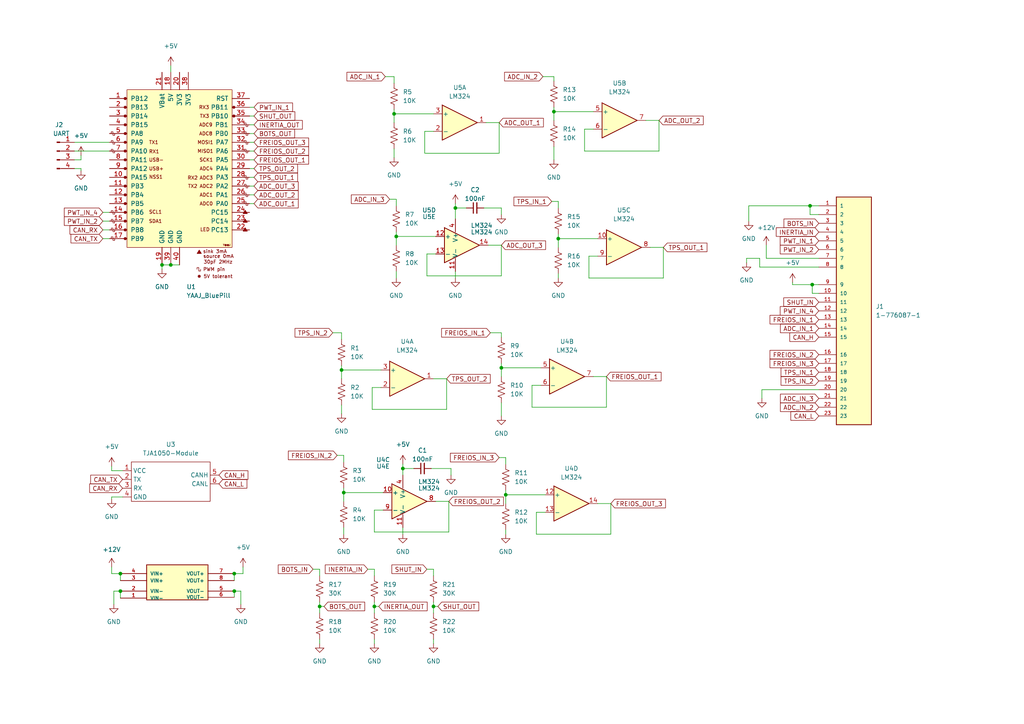
<source format=kicad_sch>
(kicad_sch (version 20211123) (generator eeschema)
  (paper "A4")
  (lib_symbols
    (symbol "1-776087-1:1-776087-1" (pin_names (offset 1.016))
      (property "Reference" "J" (at -5.08 33.7058 0))
      (property "Value" "1-776087-1" (at -5.08 -35.56 0))
      (symbol "1-776087-1_0_0"
        (rectangle (start -5.08 -33.02) (end 5.08 33.02) (stroke (width 0.254)) (fill (type background)))
        (pin passive line (at -10.16 30.48 0) (length 5.08) (name "1") (number "1"))
        (pin passive line (at -10.16 5.08 0) (length 5.08) (name "10") (number "10"))
        (pin passive line (at -10.16 2.54 0) (length 5.08) (name "11") (number "11"))
        (pin passive line (at -10.16 0 0) (length 5.08) (name "12") (number "12"))
        (pin passive line (at -10.16 -2.54 0) (length 5.08) (name "13") (number "13"))
        (pin passive line (at -10.16 -5.08 0) (length 5.08) (name "14") (number "14"))
        (pin passive line (at -10.16 -7.62 0) (length 5.08) (name "15") (number "15"))
        (pin passive line (at -10.16 -12.7 0) (length 5.08) (name "16") (number "16"))
        (pin passive line (at -10.16 -15.24 0) (length 5.08) (name "17") (number "17"))
        (pin passive line (at -10.16 -17.78 0) (length 5.08) (name "18") (number "18"))
        (pin passive line (at -10.16 -20.32 0) (length 5.08) (name "19") (number "19"))
        (pin passive line (at -10.16 27.94 0) (length 5.08) (name "2") (number "2"))
        (pin passive line (at -10.16 -22.86 0) (length 5.08) (name "20") (number "20"))
        (pin passive line (at -10.16 -25.4 0) (length 5.08) (name "21") (number "21"))
        (pin passive line (at -10.16 -27.94 0) (length 5.08) (name "22") (number "22"))
        (pin passive line (at -10.16 -30.48 0) (length 5.08) (name "23") (number "23"))
        (pin passive line (at -10.16 25.4 0) (length 5.08) (name "3") (number "3"))
        (pin passive line (at -10.16 22.86 0) (length 5.08) (name "4") (number "4"))
        (pin passive line (at -10.16 20.32 0) (length 5.08) (name "5") (number "5"))
        (pin passive line (at -10.16 17.78 0) (length 5.08) (name "6") (number "6"))
        (pin passive line (at -10.16 15.24 0) (length 5.08) (name "7") (number "7"))
        (pin passive line (at -10.16 12.7 0) (length 5.08) (name "8") (number "8"))
        (pin passive line (at -10.16 7.62 0) (length 5.08) (name "9") (number "9"))
      )
    )
    (symbol "Amplifier_Operational:LM324" (pin_names (offset 0.127))
      (property "Reference" "U" (at 0 5.08 0))
      (property "Value" "LM324" (at 0 -5.08 0))
      (symbol "LM324_1_1"
        (polyline (pts (xy -5.08 5.08) (xy 5.08 0) (xy -5.08 -5.08) (xy -5.08 5.08)) (stroke (width 0.254)) (fill (type background)))
        (pin output line (at 7.62 0 180) (length 2.54) (name "~") (number "1"))
        (pin input line (at -7.62 -2.54 0) (length 2.54) (name "-") (number "2"))
        (pin input line (at -7.62 2.54 0) (length 2.54) (name "+") (number "3"))
      )
      (symbol "LM324_2_1"
        (polyline (pts (xy -5.08 5.08) (xy 5.08 0) (xy -5.08 -5.08) (xy -5.08 5.08)) (stroke (width 0.254)) (fill (type background)))
        (pin input line (at -7.62 2.54 0) (length 2.54) (name "+") (number "5"))
        (pin input line (at -7.62 -2.54 0) (length 2.54) (name "-") (number "6"))
        (pin output line (at 7.62 0 180) (length 2.54) (name "~") (number "7"))
      )
      (symbol "LM324_3_1"
        (polyline (pts (xy -5.08 5.08) (xy 5.08 0) (xy -5.08 -5.08) (xy -5.08 5.08)) (stroke (width 0.254)) (fill (type background)))
        (pin input line (at -7.62 2.54 0) (length 2.54) (name "+") (number "10"))
        (pin output line (at 7.62 0 180) (length 2.54) (name "~") (number "8"))
        (pin input line (at -7.62 -2.54 0) (length 2.54) (name "-") (number "9"))
      )
      (symbol "LM324_4_1"
        (polyline (pts (xy -5.08 5.08) (xy 5.08 0) (xy -5.08 -5.08) (xy -5.08 5.08)) (stroke (width 0.254)) (fill (type background)))
        (pin input line (at -7.62 2.54 0) (length 2.54) (name "+") (number "12"))
        (pin input line (at -7.62 -2.54 0) (length 2.54) (name "-") (number "13"))
        (pin output line (at 7.62 0 180) (length 2.54) (name "~") (number "14"))
      )
      (symbol "LM324_5_1"
        (pin power_in line (at -2.54 -7.62 90) (length 3.81) (name "V-") (number "11"))
        (pin power_in line (at -2.54 7.62 270) (length 3.81) (name "V+") (number "4"))
      )
    )
    (symbol "Cheetah:TJA1050-Module"
      (property "Reference" "U" (at 1.27 -1.27 0))
      (property "Value" "TJA1050-Module" (at 8.89 -3.81 0))
      (symbol "TJA1050-Module_0_1"
        (rectangle (start 0 11.43) (end 22.86 0) (stroke (width 0.1524)))
      )
      (symbol "TJA1050-Module_1_1"
        (pin passive line (at -2.54 8.89 0) (length 2.54) (name "VCC") (number "1"))
        (pin passive line (at -2.54 6.35 0) (length 2.54) (name "TX") (number "2"))
        (pin passive line (at -2.54 3.81 0) (length 2.54) (name "RX") (number "3"))
        (pin passive line (at -2.54 1.27 0) (length 2.54) (name "GND") (number "4"))
        (pin passive line (at 25.4 7.62 180) (length 2.54) (name "CANH") (number "5"))
        (pin passive line (at 25.4 5.08 180) (length 2.54) (name "CANL") (number "6"))
      )
    )
    (symbol "Connector:Conn_01x04_Male" (pin_names (offset 1.016) hide)
      (property "Reference" "J" (at 0 5.08 0))
      (property "Value" "Conn_01x04_Male" (at 0 -7.62 0))
      (symbol "Conn_01x04_Male_1_1"
        (polyline (pts (xy 1.27 -5.08) (xy 0.8636 -5.08)) (stroke (width 0.1524)))
        (polyline (pts (xy 1.27 -2.54) (xy 0.8636 -2.54)) (stroke (width 0.1524)))
        (polyline (pts (xy 1.27 0) (xy 0.8636 0)) (stroke (width 0.1524)))
        (polyline (pts (xy 1.27 2.54) (xy 0.8636 2.54)) (stroke (width 0.1524)))
        (rectangle (start 0.8636 -4.953) (end 0 -5.207) (stroke (width 0.1524)) (fill (type outline)))
        (rectangle (start 0.8636 -2.413) (end 0 -2.667) (stroke (width 0.1524)) (fill (type outline)))
        (rectangle (start 0.8636 0.127) (end 0 -0.127) (stroke (width 0.1524)) (fill (type outline)))
        (rectangle (start 0.8636 2.667) (end 0 2.413) (stroke (width 0.1524)) (fill (type outline)))
        (pin passive line (at 5.08 2.54 180) (length 3.81) (name "Pin_1") (number "1"))
        (pin passive line (at 5.08 0 180) (length 3.81) (name "Pin_2") (number "2"))
        (pin passive line (at 5.08 -2.54 180) (length 3.81) (name "Pin_3") (number "3"))
        (pin passive line (at 5.08 -5.08 180) (length 3.81) (name "Pin_4") (number "4"))
      )
    )
    (symbol "Device:C_Small" (pin_numbers hide) (pin_names (offset 0.254) hide)
      (property "Reference" "C" (at 0.254 1.778 0))
      (property "Value" "C_Small" (at 0.254 -2.032 0))
      (symbol "C_Small_0_1"
        (polyline (pts (xy -1.524 -0.508) (xy 1.524 -0.508)) (stroke (width 0.3302)))
        (polyline (pts (xy -1.524 0.508) (xy 1.524 0.508)) (stroke (width 0.3048)))
      )
      (symbol "C_Small_1_1"
        (pin passive line (at 0 2.54 270) (length 2.032) (name "~") (number "1"))
        (pin passive line (at 0 -2.54 90) (length 2.032) (name "~") (number "2"))
      )
    )
    (symbol "Device:R_US" (pin_numbers hide) (pin_names (offset 0))
      (property "Reference" "R" (at 2.54 0 90))
      (property "Value" "R_US" (at -2.54 0 90))
      (symbol "R_US_0_1"
        (polyline (pts (xy 0 -2.286) (xy 0 -2.54)))
        (polyline (pts (xy 0 2.286) (xy 0 2.54)))
        (polyline (pts (xy 0 -0.762) (xy 1.016 -1.143) (xy 0 -1.524) (xy -1.016 -1.905) (xy 0 -2.286)))
        (polyline (pts (xy 0 0.762) (xy 1.016 0.381) (xy 0 0) (xy -1.016 -0.381) (xy 0 -0.762)))
        (polyline (pts (xy 0 2.286) (xy 1.016 1.905) (xy 0 1.524) (xy -1.016 1.143) (xy 0 0.762)))
      )
      (symbol "R_US_1_1"
        (pin passive line (at 0 3.81 270) (length 1.27) (name "~") (number "1"))
        (pin passive line (at 0 -3.81 90) (length 1.27) (name "~") (number "2"))
      )
    )
    (symbol "MP1584:MP1584" (pin_names (offset 1.016))
      (symbol "MP1584_0_0"
        (rectangle (start -7.62 -5.08) (end 10.16 5.08) (stroke (width 0.254)) (fill (type background)))
        (pin input line (at -15.24 -4.572 0) (length 7.62) (name "VIN-") (number "1"))
        (pin input line (at -15.24 -2.54 0) (length 7.62) (name "VIN-") (number "2"))
        (pin input line (at -15.24 0.508 0) (length 7.62) (name "VIN+") (number "3"))
        (pin input line (at -15.24 2.54 0) (length 7.62) (name "VIN+") (number "4"))
        (pin output line (at 17.78 -2.54 180) (length 7.62) (name "VOUT-") (number "5"))
        (pin output line (at 17.78 -4.318 180) (length 7.62) (name "VOUT-") (number "6"))
        (pin output line (at 17.78 2.54 180) (length 7.62) (name "VOUT+") (number "7"))
        (pin output line (at 17.78 0.508 180) (length 7.62) (name "VOUT+") (number "8"))
      )
    )
    (symbol "YAAJ_BluePill:YAAJ_BluePill" (pin_names (offset 1.016))
      (property "Reference" "U" (at -13.97 24.13 0))
      (property "Value" "YAAJ_BluePill" (at 0 6.35 90))
      (symbol "YAAJ_BluePill_0_0"
        (circle (center -15.748 -20.32) (radius 0.3556) (fill (type outline)))
        (circle (center -15.748 -17.78) (radius 0.3556) (fill (type outline)))
        (circle (center -15.748 -15.24) (radius 0.3556) (fill (type outline)))
        (circle (center -15.748 -12.7) (radius 0.3556) (fill (type outline)))
        (circle (center -15.748 -10.16) (radius 0.3556) (fill (type outline)))
        (circle (center -15.748 -7.62) (radius 0.3556) (fill (type outline)))
        (circle (center -15.748 -5.08) (radius 0.3556) (fill (type outline)))
        (circle (center -15.748 -2.54) (radius 0.3556) (fill (type outline)))
        (circle (center -15.748 0) (radius 0.3556) (fill (type outline)))
        (circle (center -15.748 2.54) (radius 0.3556) (fill (type outline)))
        (circle (center -15.748 5.08) (radius 0.3556) (fill (type outline)))
        (circle (center -15.748 7.62) (radius 0.3556) (fill (type outline)))
        (circle (center -15.748 10.16) (radius 0.3556) (fill (type outline)))
        (circle (center -15.748 12.7) (radius 0.3556) (fill (type outline)))
        (circle (center -15.748 15.24) (radius 0.3556) (fill (type outline)))
        (circle (center -15.748 20.32) (radius 0.3556) (fill (type outline)))
        (polyline (pts (xy 5.08 -24.638) (xy 5.715 -23.622) (xy 6.35 -24.638) (xy 5.08 -24.638) (xy 5.715 -23.749) (xy 6.223 -24.638) (xy 5.207 -24.511) (xy 5.715 -23.876) (xy 6.096 -24.638) (xy 5.334 -24.384) (xy 5.842 -24.003) (xy 5.969 -24.638) (xy 5.461 -24.257) (xy 5.969 -24.13) (xy 5.842 -24.511) (xy 5.588 -24.257) (xy 5.842 -24.384) (xy 5.715 -24.13)))
        (polyline (pts (xy 18.415 -18.161) (xy 19.05 -17.145) (xy 19.685 -18.161) (xy 18.415 -18.161) (xy 19.05 -17.272) (xy 19.558 -18.161) (xy 18.542 -18.034) (xy 19.05 -17.399) (xy 19.431 -18.161) (xy 18.669 -17.907) (xy 19.177 -17.526) (xy 19.304 -18.161) (xy 18.796 -17.78) (xy 19.304 -17.653) (xy 19.177 -18.034) (xy 18.923 -17.78) (xy 19.177 -17.907) (xy 19.05 -17.653)))
        (polyline (pts (xy 18.415 -15.621) (xy 19.05 -14.605) (xy 19.685 -15.621) (xy 18.415 -15.621) (xy 19.05 -14.732) (xy 19.558 -15.621) (xy 18.542 -15.494) (xy 19.05 -14.859) (xy 19.431 -15.621) (xy 18.669 -15.367) (xy 19.177 -14.986) (xy 19.304 -15.621) (xy 18.796 -15.24) (xy 19.304 -15.113) (xy 19.177 -15.494) (xy 18.923 -15.24) (xy 19.177 -15.367) (xy 19.05 -15.113)))
        (polyline (pts (xy 18.415 -13.081) (xy 19.05 -12.065) (xy 19.685 -13.081) (xy 18.415 -13.081) (xy 19.05 -12.192) (xy 19.558 -13.081) (xy 18.542 -12.954) (xy 19.05 -12.319) (xy 19.431 -13.081) (xy 18.669 -12.827) (xy 19.177 -12.446) (xy 19.304 -13.081) (xy 18.796 -12.7) (xy 19.304 -12.573) (xy 19.177 -12.954) (xy 18.923 -12.7) (xy 19.177 -12.827) (xy 19.05 -12.573)))
        (circle (center 5.715 -31.242) (radius 0.127) (fill (type outline)))
        (circle (center 5.715 -31.242) (radius 0.254))
        (circle (center 5.715 -31.242) (radius 0.3556))
        (circle (center 15.748 15.24) (radius 0.254) (fill (type outline)))
        (circle (center 15.748 15.24) (radius 0.3556))
        (circle (center 15.748 17.78) (radius 0.254) (fill (type outline)))
        (circle (center 15.748 17.78) (radius 0.3556))
        (text "30pF 2MHz" (at 11.176 -27.051 0) (effects (font (size 0.9906 0.9906))))
        (text "5V tolerant" (at 11.176 -31.242 0) (effects (font (size 0.9906 0.9906))))
        (text "ADC0" (at 7.747 -10.16 0) (effects (font (size 0.9906 0.9906))))
        (text "ADC1" (at 7.747 -7.62 0) (effects (font (size 0.9906 0.9906))))
        (text "ADC2" (at 7.747 -5.08 0) (effects (font (size 0.9906 0.9906))))
        (text "ADC3" (at 7.747 -2.667 0) (effects (font (size 0.9906 0.9906))))
        (text "ADC4" (at 7.747 0 0) (effects (font (size 0.9906 0.9906))))
        (text "ADC8" (at 7.62 10.16 0) (effects (font (size 0.9906 0.9906))))
        (text "ADC9" (at 7.62 12.7 0) (effects (font (size 0.9906 0.9906))))
        (text "LED" (at 7.366 -17.653 0) (effects (font (size 0.9906 0.9906))))
        (text "MISO1" (at 7.493 5.08 0) (effects (font (size 0.9906 0.9906))))
        (text "MOSI1" (at 7.493 7.62 0) (effects (font (size 0.9906 0.9906))))
        (text "NSS1" (at -6.858 -2.413 0) (effects (font (size 0.9906 0.9906))))
        (text "PWM pin" (at 10.033 -29.21 0) (effects (font (size 0.9906 0.9906))))
        (text "RX1" (at -7.366 4.953 0) (effects (font (size 0.9906 0.9906))))
        (text "RX2" (at 3.81 -2.667 0) (effects (font (size 0.9906 0.9906))))
        (text "RX3" (at 7.112 17.78 0) (effects (font (size 0.9906 0.9906))))
        (text "SCK1" (at 7.747 2.54 0) (effects (font (size 0.9906 0.9906))))
        (text "SCL1" (at -6.985 -12.573 0) (effects (font (size 0.9906 0.9906))))
        (text "SDA1" (at -6.985 -15.24 0) (effects (font (size 0.9906 0.9906))))
        (text "sink 3mA" (at 10.287 -24.003 0) (effects (font (size 0.9906 0.9906))))
        (text "source 0mA" (at 11.303 -25.4 0) (effects (font (size 0.9906 0.9906))))
        (text "TX1" (at -7.493 7.62 0) (effects (font (size 0.9906 0.9906))))
        (text "TX2" (at 3.81 -5.08 0) (effects (font (size 0.9906 0.9906))))
        (text "TX3" (at 7.239 15.24 0) (effects (font (size 0.9906 0.9906))))
        (text "USB+" (at -6.731 0 0) (effects (font (size 0.9906 0.9906))))
        (text "USB-" (at -6.731 2.54 0) (effects (font (size 0.9906 0.9906))))
        (text "Y@@J" (at 13.6906 -22.1488 0) (effects (font (size 0.508 0.508))))
      )
      (symbol "YAAJ_BluePill_0_1"
        (rectangle (start -15.24 22.86) (end 15.24 -22.86) (fill (type background)))
        (polyline (pts (xy -18.796 -20.32) (xy -18.796 -20.828) (xy -19.304 -20.828) (xy -19.304 -19.812) (xy -19.812 -19.812) (xy -19.812 -20.32)))
        (polyline (pts (xy -18.796 -17.78) (xy -18.796 -18.288) (xy -19.304 -18.288) (xy -19.304 -17.272) (xy -19.812 -17.272) (xy -19.812 -17.78)))
        (polyline (pts (xy -18.796 -15.24) (xy -18.796 -15.748) (xy -19.304 -15.748) (xy -19.304 -14.732) (xy -19.812 -14.732) (xy -19.812 -15.24)))
        (polyline (pts (xy -18.796 -12.7) (xy -18.796 -13.208) (xy -19.304 -13.208) (xy -19.304 -12.192) (xy -19.812 -12.192) (xy -19.812 -12.7)))
        (polyline (pts (xy -18.796 5.08) (xy -18.796 4.572) (xy -19.304 4.572) (xy -19.304 5.588) (xy -19.812 5.588) (xy -19.812 5.08)))
        (polyline (pts (xy -18.796 7.62) (xy -18.796 7.112) (xy -19.304 7.112) (xy -19.304 8.128) (xy -19.812 8.128) (xy -19.812 7.62)))
        (polyline (pts (xy -18.796 10.16) (xy -18.796 9.652) (xy -19.304 9.652) (xy -19.304 10.668) (xy -19.812 10.668) (xy -19.812 10.16)))
        (polyline (pts (xy 6.096 -29.21) (xy 6.096 -29.718) (xy 5.588 -29.718) (xy 5.588 -28.702) (xy 5.08 -28.702) (xy 5.08 -29.21)))
        (polyline (pts (xy 19.812 -10.16) (xy 19.812 -10.668) (xy 19.304 -10.668) (xy 19.304 -9.652) (xy 18.796 -9.652) (xy 18.796 -10.16)))
        (polyline (pts (xy 19.812 -7.62) (xy 19.812 -8.128) (xy 19.304 -8.128) (xy 19.304 -7.112) (xy 18.796 -7.112) (xy 18.796 -7.62)))
        (polyline (pts (xy 19.812 -5.08) (xy 19.812 -5.588) (xy 19.304 -5.588) (xy 19.304 -4.572) (xy 18.796 -4.572) (xy 18.796 -5.08)))
        (polyline (pts (xy 19.812 -2.54) (xy 19.812 -3.048) (xy 19.304 -3.048) (xy 19.304 -2.032) (xy 18.796 -2.032) (xy 18.796 -2.54)))
        (polyline (pts (xy 19.812 5.08) (xy 19.812 4.572) (xy 19.304 4.572) (xy 19.304 5.588) (xy 18.796 5.588) (xy 18.796 5.08)))
        (polyline (pts (xy 19.812 7.62) (xy 19.812 7.112) (xy 19.304 7.112) (xy 19.304 8.128) (xy 18.796 8.128) (xy 18.796 7.62)))
        (polyline (pts (xy 19.812 10.16) (xy 19.812 9.652) (xy 19.304 9.652) (xy 19.304 10.668) (xy 18.796 10.668) (xy 18.796 10.16)))
        (polyline (pts (xy 19.812 12.7) (xy 19.812 12.192) (xy 19.304 12.192) (xy 19.304 13.208) (xy 18.796 13.208) (xy 18.796 12.7)))
      )
      (symbol "YAAJ_BluePill_1_1"
        (circle (center -15.748 17.78) (radius 0.3556) (fill (type outline)))
        (pin bidirectional line (at -20.32 20.32 0) (length 5.08) (name "PB12") (number "1"))
        (pin bidirectional line (at -20.32 -2.54 0) (length 5.08) (name "PA15") (number "10"))
        (pin bidirectional line (at -20.32 -5.08 0) (length 5.08) (name "PB3") (number "11"))
        (pin bidirectional line (at -20.32 -7.62 0) (length 5.08) (name "PB4") (number "12"))
        (pin bidirectional line (at -20.32 -10.16 0) (length 5.08) (name "PB5") (number "13"))
        (pin bidirectional line (at -20.32 -12.7 0) (length 5.08) (name "PB6") (number "14"))
        (pin bidirectional line (at -20.32 -15.24 0) (length 5.08) (name "PB7") (number "15"))
        (pin bidirectional line (at -20.32 -17.78 0) (length 5.08) (name "PB8") (number "16"))
        (pin bidirectional line (at -20.32 -20.32 0) (length 5.08) (name "PB9") (number "17"))
        (pin power_in line (at -2.54 27.94 270) (length 5.08) (name "5V") (number "18"))
        (pin power_in line (at -5.08 -27.94 90) (length 5.08) (name "GND") (number "19"))
        (pin bidirectional line (at -20.32 17.78 0) (length 5.08) (name "PB13") (number "2"))
        (pin power_in line (at 0 27.94 270) (length 5.08) (name "3V3") (number "20"))
        (pin power_in line (at -5.08 27.94 270) (length 5.08) (name "VBat") (number "21"))
        (pin bidirectional line (at 20.32 -17.78 180) (length 5.08) (name "PC13") (number "22"))
        (pin bidirectional line (at 20.32 -15.24 180) (length 5.08) (name "PC14") (number "23"))
        (pin bidirectional line (at 20.32 -12.7 180) (length 5.08) (name "PC15") (number "24"))
        (pin bidirectional line (at 20.32 -10.16 180) (length 5.08) (name "PA0") (number "25"))
        (pin bidirectional line (at 20.32 -7.62 180) (length 5.08) (name "PA1") (number "26"))
        (pin bidirectional line (at 20.32 -5.08 180) (length 5.08) (name "PA2") (number "27"))
        (pin bidirectional line (at 20.32 -2.54 180) (length 5.08) (name "PA3") (number "28"))
        (pin bidirectional line (at 20.32 0 180) (length 5.08) (name "PA4") (number "29"))
        (pin bidirectional line (at -20.32 15.24 0) (length 5.08) (name "PB14") (number "3"))
        (pin bidirectional line (at 20.32 2.54 180) (length 5.08) (name "PA5") (number "30"))
        (pin bidirectional line (at 20.32 5.08 180) (length 5.08) (name "PA6") (number "31"))
        (pin bidirectional line (at 20.32 7.62 180) (length 5.08) (name "PA7") (number "32"))
        (pin bidirectional line (at 20.32 10.16 180) (length 5.08) (name "PB0") (number "33"))
        (pin bidirectional line (at 20.32 12.7 180) (length 5.08) (name "PB1") (number "34"))
        (pin bidirectional line (at 20.32 15.24 180) (length 5.08) (name "PB10") (number "35"))
        (pin bidirectional line (at 20.32 17.78 180) (length 5.08) (name "PB11") (number "36"))
        (pin input line (at 20.32 20.32 180) (length 5.08) (name "RST") (number "37"))
        (pin power_in line (at 2.54 27.94 270) (length 5.08) (name "3V3") (number "38"))
        (pin power_in line (at -2.54 -27.94 90) (length 5.08) (name "GND") (number "39"))
        (pin bidirectional line (at -20.32 12.7 0) (length 5.08) (name "PB15") (number "4"))
        (pin power_in line (at 0 -27.94 90) (length 5.08) (name "GND") (number "40"))
        (pin bidirectional line (at -20.32 10.16 0) (length 5.08) (name "PA8") (number "5"))
        (pin bidirectional line (at -20.32 7.62 0) (length 5.08) (name "PA9") (number "6"))
        (pin bidirectional line (at -20.32 5.08 0) (length 5.08) (name "PA10") (number "7"))
        (pin bidirectional line (at -20.32 2.54 0) (length 5.08) (name "PA11") (number "8"))
        (pin bidirectional line (at -20.32 0 0) (length 5.08) (name "PA12") (number "9"))
      )
    )
    (symbol "power:+12V" (power) (pin_names (offset 0))
      (property "Value" "+12V" (at 0 3.556 0))
      (symbol "+12V_0_1"
        (polyline (pts (xy -0.762 1.27) (xy 0 2.54)))
        (polyline (pts (xy 0 0) (xy 0 2.54)))
        (polyline (pts (xy 0 2.54) (xy 0.762 1.27)))
      )
      (symbol "+12V_1_1"
        (pin power_in line (at 0 0 90) (length 0) hide (name "+12V") (number "1"))
      )
    )
    (symbol "power:+5V" (power) (pin_names (offset 0))
      (property "Value" "+5V" (at 0 3.556 0))
      (symbol "+5V_0_1"
        (polyline (pts (xy -0.762 1.27) (xy 0 2.54)))
        (polyline (pts (xy 0 0) (xy 0 2.54)))
        (polyline (pts (xy 0 2.54) (xy 0.762 1.27)))
      )
      (symbol "+5V_1_1"
        (pin power_in line (at 0 0 90) (length 0) hide (name "+5V") (number "1"))
      )
    )
    (symbol "power:GND" (power) (pin_names (offset 0))
      (property "Value" "GND" (at 0 -3.81 0))
      (symbol "GND_0_1"
        (polyline (pts (xy 0 0) (xy 0 -1.27) (xy 1.27 -1.27) (xy 0 -2.54) (xy -1.27 -1.27) (xy 0 -1.27)))
      )
      (symbol "GND_1_1"
        (pin power_in line (at 0 0 270) (length 0) hide (name "GND") (number "1"))
      )
    )
  )
  (junction (at 99.06 107.315))
  (junction (at 146.685 143.51))
  (junction (at 34.925 171.45))
  (junction (at 49.53 76.835))
  (junction (at 114.935 68.58))
  (junction (at 145.415 106.68))
  (junction (at 67.945 166.37))
  (junction (at 67.945 171.45))
  (junction (at 108.585 175.895))
  (junction (at 92.71 175.895))
  (junction (at 116.84 135.89))
  (junction (at 46.99 76.835))
  (junction (at 160.655 32.385))
  (junction (at 161.925 69.215))
  (junction (at 99.695 142.875))
  (junction (at 34.925 166.37))
  (junction (at 114.3 33.02))
  (junction (at 235.585 82.55))
  (junction (at 234.95 59.69))
  (junction (at 132.08 60.325))
  (junction (at 125.73 175.895))
  (wire (pts (xy 234.95 59.69) (xy 237.49 59.69)))
  (wire (pts (xy 96.52 96.52) (xy 99.06 96.52)))
  (wire (pts (xy 177.165 154.94) (xy 155.575 154.94)))
  (wire (pts (xy 188.595 71.755) (xy 192.405 71.755)))
  (wire (pts (xy 69.85 175.26) (xy 69.85 171.45)))
  (wire (pts (xy 192.405 80.645) (xy 170.815 80.645)))
  (wire (pts (xy 90.805 165.1) (xy 92.71 165.1)))
  (wire (pts (xy 144.78 44.45) (xy 123.19 44.45)))
  (wire (pts (xy 175.895 109.22) (xy 175.895 118.11)))
  (wire (pts (xy 125.73 185.42) (xy 125.73 186.69)))
  (wire (pts (xy 146.685 132.715) (xy 146.685 134.62)))
  (wire (pts (xy 160.655 32.385) (xy 160.655 31.115)))
  (wire (pts (xy 116.84 134.62) (xy 116.84 135.89)))
  (wire (pts (xy 170.815 74.295) (xy 173.355 74.295)))
  (wire (pts (xy 92.71 174.625) (xy 92.71 175.895)))
  (wire (pts (xy 108.585 165.1) (xy 108.585 167.005)))
  (wire (pts (xy 126.365 68.58) (xy 114.935 68.58)))
  (wire (pts (xy 92.71 165.1) (xy 92.71 167.005)))
  (wire (pts (xy 220.98 115.57) (xy 220.98 113.03)))
  (wire (pts (xy 160.655 22.225) (xy 160.655 23.495)))
  (wire (pts (xy 33.02 175.26) (xy 33.02 171.45)))
  (wire (pts (xy 157.48 22.225) (xy 160.655 22.225)))
  (wire (pts (xy 21.59 43.815) (xy 31.75 43.815)))
  (wire (pts (xy 169.545 37.465) (xy 172.085 37.465)))
  (wire (pts (xy 146.685 153.67) (xy 146.685 154.94)))
  (wire (pts (xy 108.585 174.625) (xy 108.585 175.895)))
  (wire (pts (xy 173.355 69.215) (xy 161.925 69.215)))
  (wire (pts (xy 130.175 145.415) (xy 130.175 154.305)))
  (wire (pts (xy 114.3 33.02) (xy 114.3 31.75)))
  (wire (pts (xy 192.405 71.755) (xy 192.405 80.645)))
  (wire (pts (xy 111.125 142.875) (xy 99.695 142.875)))
  (wire (pts (xy 125.095 135.89) (xy 130.81 135.89)))
  (wire (pts (xy 217.17 59.69) (xy 234.95 59.69)))
  (wire (pts (xy 116.84 153.035) (xy 116.84 154.94)))
  (wire (pts (xy 140.97 35.56) (xy 144.78 35.56)))
  (wire (pts (xy 72.39 43.815) (xy 73.66 43.815)))
  (wire (pts (xy 175.895 118.11) (xy 154.305 118.11)))
  (wire (pts (xy 29.845 66.675) (xy 31.75 66.675)))
  (wire (pts (xy 160.655 42.545) (xy 160.655 46.355)))
  (wire (pts (xy 32.385 144.145) (xy 35.56 144.145)))
  (wire (pts (xy 111.76 22.225) (xy 114.3 22.225)))
  (wire (pts (xy 29.845 61.595) (xy 31.75 61.595)))
  (wire (pts (xy 155.575 154.94) (xy 155.575 148.59)))
  (wire (pts (xy 161.925 69.215) (xy 161.925 71.755)))
  (wire (pts (xy 169.545 43.815) (xy 169.545 37.465)))
  (wire (pts (xy 132.08 60.325) (xy 132.08 63.5)))
  (wire (pts (xy 114.3 22.225) (xy 114.3 24.13)))
  (wire (pts (xy 129.54 118.745) (xy 107.95 118.745)))
  (wire (pts (xy 49.53 19.05) (xy 49.53 20.955)))
  (wire (pts (xy 160.02 58.42) (xy 161.925 58.42)))
  (wire (pts (xy 72.39 38.735) (xy 73.66 38.735)))
  (wire (pts (xy 222.25 71.12) (xy 222.25 74.93)))
  (wire (pts (xy 229.87 82.55) (xy 235.585 82.55)))
  (wire (pts (xy 177.165 146.05) (xy 177.165 154.94)))
  (wire (pts (xy 108.585 185.42) (xy 108.585 186.69)))
  (wire (pts (xy 222.25 74.93) (xy 237.49 74.93)))
  (wire (pts (xy 144.78 35.56) (xy 144.78 44.45)))
  (wire (pts (xy 125.73 109.855) (xy 129.54 109.855)))
  (wire (pts (xy 114.935 78.74) (xy 114.935 80.645)))
  (wire (pts (xy 99.695 132.08) (xy 99.695 133.985)))
  (wire (pts (xy 116.84 135.89) (xy 120.015 135.89)))
  (wire (pts (xy 237.49 62.23) (xy 234.95 62.23)))
  (wire (pts (xy 173.355 146.05) (xy 177.165 146.05)))
  (wire (pts (xy 107.95 112.395) (xy 110.49 112.395)))
  (wire (pts (xy 29.845 69.215) (xy 31.75 69.215)))
  (wire (pts (xy 99.06 96.52) (xy 99.06 98.425)))
  (wire (pts (xy 114.935 68.58) (xy 114.935 67.31)))
  (wire (pts (xy 72.39 31.115) (xy 73.66 31.115)))
  (wire (pts (xy 132.08 60.325) (xy 135.255 60.325)))
  (wire (pts (xy 154.305 118.11) (xy 154.305 111.76)))
  (wire (pts (xy 99.695 142.875) (xy 99.695 141.605)))
  (wire (pts (xy 72.39 46.355) (xy 73.66 46.355)))
  (wire (pts (xy 72.39 59.055) (xy 73.66 59.055)))
  (wire (pts (xy 108.585 175.895) (xy 108.585 177.8)))
  (wire (pts (xy 23.495 49.53) (xy 23.495 48.895)))
  (wire (pts (xy 220.345 74.93) (xy 216.535 74.93)))
  (wire (pts (xy 145.415 62.23) (xy 145.415 60.325)))
  (wire (pts (xy 235.585 85.09) (xy 235.585 82.55)))
  (wire (pts (xy 155.575 148.59) (xy 158.115 148.59)))
  (wire (pts (xy 32.385 166.37) (xy 34.925 166.37)))
  (wire (pts (xy 72.39 56.515) (xy 73.66 56.515)))
  (wire (pts (xy 110.49 107.315) (xy 99.06 107.315)))
  (wire (pts (xy 145.415 96.52) (xy 145.415 97.79)))
  (wire (pts (xy 125.73 174.625) (xy 125.73 175.895)))
  (wire (pts (xy 123.19 38.1) (xy 125.73 38.1)))
  (wire (pts (xy 125.73 33.02) (xy 114.3 33.02)))
  (wire (pts (xy 97.79 132.08) (xy 99.695 132.08)))
  (wire (pts (xy 146.685 143.51) (xy 146.685 146.05)))
  (wire (pts (xy 23.495 45.085) (xy 23.495 46.355)))
  (wire (pts (xy 114.935 68.58) (xy 114.935 71.12)))
  (wire (pts (xy 92.71 185.42) (xy 92.71 186.69)))
  (wire (pts (xy 158.115 143.51) (xy 146.685 143.51)))
  (wire (pts (xy 229.87 81.915) (xy 229.87 82.55)))
  (wire (pts (xy 123.825 80.01) (xy 123.825 73.66)))
  (wire (pts (xy 72.39 33.655) (xy 73.66 33.655)))
  (wire (pts (xy 35.56 136.525) (xy 32.385 136.525)))
  (wire (pts (xy 108.585 147.955) (xy 111.125 147.955)))
  (wire (pts (xy 154.305 111.76) (xy 156.845 111.76)))
  (wire (pts (xy 130.81 137.795) (xy 130.81 135.89)))
  (wire (pts (xy 21.59 41.275) (xy 31.75 41.275)))
  (wire (pts (xy 145.415 80.01) (xy 123.825 80.01)))
  (wire (pts (xy 114.3 33.02) (xy 114.3 35.56)))
  (wire (pts (xy 32.385 164.465) (xy 32.385 166.37)))
  (wire (pts (xy 125.73 175.895) (xy 125.73 177.8)))
  (wire (pts (xy 108.585 175.895) (xy 109.855 175.895)))
  (wire (pts (xy 170.815 80.645) (xy 170.815 74.295)))
  (wire (pts (xy 72.39 51.435) (xy 73.66 51.435)))
  (wire (pts (xy 32.385 136.525) (xy 32.385 135.255)))
  (wire (pts (xy 161.925 69.215) (xy 161.925 67.945)))
  (wire (pts (xy 70.485 166.37) (xy 67.945 166.37)))
  (wire (pts (xy 145.415 106.68) (xy 145.415 109.22)))
  (wire (pts (xy 34.925 171.45) (xy 34.925 173.482)))
  (wire (pts (xy 67.945 171.45) (xy 67.945 173.228)))
  (wire (pts (xy 220.345 77.47) (xy 220.345 74.93)))
  (wire (pts (xy 23.495 48.895) (xy 21.59 48.895)))
  (wire (pts (xy 32.385 144.78) (xy 32.385 144.145)))
  (wire (pts (xy 99.695 142.875) (xy 99.695 145.415)))
  (wire (pts (xy 191.135 34.925) (xy 191.135 43.815)))
  (wire (pts (xy 72.39 41.275) (xy 73.66 41.275)))
  (wire (pts (xy 99.06 117.475) (xy 99.06 120.015)))
  (wire (pts (xy 141.605 71.12) (xy 145.415 71.12)))
  (wire (pts (xy 99.695 153.035) (xy 99.695 154.94)))
  (wire (pts (xy 220.98 113.03) (xy 237.49 113.03)))
  (wire (pts (xy 125.73 165.1) (xy 125.73 167.005)))
  (wire (pts (xy 46.99 76.835) (xy 46.99 78.105)))
  (wire (pts (xy 92.71 175.895) (xy 93.98 175.895)))
  (wire (pts (xy 34.925 166.37) (xy 34.925 168.402)))
  (wire (pts (xy 161.925 58.42) (xy 161.925 60.325)))
  (wire (pts (xy 107.95 118.745) (xy 107.95 112.395)))
  (wire (pts (xy 126.365 145.415) (xy 130.175 145.415)))
  (wire (pts (xy 161.925 79.375) (xy 161.925 80.645)))
  (wire (pts (xy 99.06 107.315) (xy 99.06 109.855)))
  (wire (pts (xy 132.08 78.74) (xy 132.08 80.645)))
  (wire (pts (xy 70.485 164.465) (xy 70.485 166.37)))
  (wire (pts (xy 49.53 76.835) (xy 52.07 76.835)))
  (wire (pts (xy 123.19 44.45) (xy 123.19 38.1)))
  (wire (pts (xy 69.85 171.45) (xy 67.945 171.45)))
  (wire (pts (xy 235.585 82.55) (xy 237.49 82.55)))
  (wire (pts (xy 114.3 43.18) (xy 114.3 45.72)))
  (wire (pts (xy 160.655 32.385) (xy 160.655 34.925)))
  (wire (pts (xy 129.54 109.855) (xy 129.54 118.745)))
  (wire (pts (xy 114.935 57.785) (xy 114.935 59.69)))
  (wire (pts (xy 187.325 34.925) (xy 191.135 34.925)))
  (wire (pts (xy 33.02 171.45) (xy 34.925 171.45)))
  (wire (pts (xy 146.685 143.51) (xy 146.685 142.24)))
  (wire (pts (xy 99.06 107.315) (xy 99.06 106.045)))
  (wire (pts (xy 23.495 46.355) (xy 21.59 46.355)))
  (wire (pts (xy 92.71 175.895) (xy 92.71 177.8)))
  (wire (pts (xy 72.39 53.975) (xy 73.66 53.975)))
  (wire (pts (xy 142.24 96.52) (xy 145.415 96.52)))
  (wire (pts (xy 132.08 59.055) (xy 132.08 60.325)))
  (wire (pts (xy 113.03 57.785) (xy 114.935 57.785)))
  (wire (pts (xy 106.68 165.1) (xy 108.585 165.1)))
  (wire (pts (xy 237.49 85.09) (xy 235.585 85.09)))
  (wire (pts (xy 123.825 165.1) (xy 125.73 165.1)))
  (wire (pts (xy 234.95 62.23) (xy 234.95 59.69)))
  (wire (pts (xy 156.845 106.68) (xy 145.415 106.68)))
  (wire (pts (xy 216.535 74.93) (xy 216.535 76.2)))
  (wire (pts (xy 108.585 154.305) (xy 108.585 147.955)))
  (wire (pts (xy 144.78 132.715) (xy 146.685 132.715)))
  (wire (pts (xy 29.845 64.135) (xy 31.75 64.135)))
  (wire (pts (xy 72.39 36.195) (xy 73.66 36.195)))
  (wire (pts (xy 172.085 32.385) (xy 160.655 32.385)))
  (wire (pts (xy 217.17 64.135) (xy 217.17 59.69)))
  (wire (pts (xy 145.415 71.12) (xy 145.415 80.01)))
  (wire (pts (xy 145.415 116.84) (xy 145.415 120.65)))
  (wire (pts (xy 46.99 76.835) (xy 49.53 76.835)))
  (wire (pts (xy 145.415 106.68) (xy 145.415 105.41)))
  (wire (pts (xy 140.335 60.325) (xy 145.415 60.325)))
  (wire (pts (xy 116.84 135.89) (xy 116.84 137.795)))
  (wire (pts (xy 172.085 109.22) (xy 175.895 109.22)))
  (wire (pts (xy 130.175 154.305) (xy 108.585 154.305)))
  (wire (pts (xy 220.345 77.47) (xy 237.49 77.47)))
  (wire (pts (xy 191.135 43.815) (xy 169.545 43.815)))
  (wire (pts (xy 123.825 73.66) (xy 126.365 73.66)))
  (wire (pts (xy 67.945 166.37) (xy 67.945 168.402)))
  (wire (pts (xy 72.39 48.895) (xy 73.66 48.895)))
  (wire (pts (xy 125.73 175.895) (xy 127 175.895)))
  (global_label "ADC_OUT_1" (shape input) (at 144.78 35.56 0) (property "Referências entre as folhas" "${INTERSHEET_REFS}" (effects hide)))
  (global_label "CAN_TX" (shape input) (at 29.845 69.215 180) (property "Referências entre as folhas" "${INTERSHEET_REFS}" (effects hide)))
  (global_label "ADC_IN_1" (shape input) (at 111.76 22.225 180) (property "Referências entre as folhas" "${INTERSHEET_REFS}" (effects hide)))
  (global_label "FREIOS_OUT_3" (shape input) (at 177.165 146.05 0) (property "Referências entre as folhas" "${INTERSHEET_REFS}" (effects hide)))
  (global_label "PWT_IN_4" (shape input) (at 237.49 90.17 180) (property "Referências entre as folhas" "${INTERSHEET_REFS}" (effects hide)))
  (global_label "SHUT_IN" (shape input) (at 123.825 165.1 180) (property "Referências entre as folhas" "${INTERSHEET_REFS}" (effects hide)))
  (global_label "PWT_IN_1" (shape input) (at 237.49 69.85 180) (property "Referências entre as folhas" "${INTERSHEET_REFS}" (effects hide)))
  (global_label "FREIOS_OUT_1" (shape input) (at 73.66 46.355 0) (property "Referências entre as folhas" "${INTERSHEET_REFS}" (effects hide)))
  (global_label "ADC_OUT_2" (shape input) (at 73.66 56.515 0) (property "Referências entre as folhas" "${INTERSHEET_REFS}" (effects hide)))
  (global_label "FREIOS_IN_1" (shape input) (at 237.49 92.71 180) (property "Referências entre as folhas" "${INTERSHEET_REFS}" (effects hide)))
  (global_label "CAN_H" (shape input) (at 237.49 97.79 180) (property "Referências entre as folhas" "${INTERSHEET_REFS}" (effects hide)))
  (global_label "FREIOS_IN_3" (shape input) (at 237.49 105.41 180) (property "Referências entre as folhas" "${INTERSHEET_REFS}" (effects hide)))
  (global_label "BOTS_IN" (shape input) (at 237.49 64.77 180) (property "Referências entre as folhas" "${INTERSHEET_REFS}" (effects hide)))
  (global_label "TPS_IN_1" (shape input) (at 237.49 107.95 180) (property "Referências entre as folhas" "${INTERSHEET_REFS}" (effects hide)))
  (global_label "TPS_OUT_1" (shape input) (at 73.66 51.435 0) (property "Referências entre as folhas" "${INTERSHEET_REFS}" (effects hide)))
  (global_label "ADC_IN_2" (shape input) (at 157.48 22.225 180) (property "Referências entre as folhas" "${INTERSHEET_REFS}" (effects hide)))
  (global_label "FREIOS_OUT_1" (shape input) (at 175.895 109.22 0) (property "Referências entre as folhas" "${INTERSHEET_REFS}" (effects hide)))
  (global_label "BOTS_OUT" (shape input) (at 73.66 38.735 0) (property "Referências entre as folhas" "${INTERSHEET_REFS}" (effects hide)))
  (global_label "SHUT_IN" (shape input) (at 237.49 87.63 180) (property "Referências entre as folhas" "${INTERSHEET_REFS}" (effects hide)))
  (global_label "TPS_IN_2" (shape input) (at 96.52 96.52 180) (property "Referências entre as folhas" "${INTERSHEET_REFS}" (effects hide)))
  (global_label "CAN_L" (shape input) (at 63.5 140.335 0) (property "Referências entre as folhas" "${INTERSHEET_REFS}" (effects hide)))
  (global_label "ADC_IN_3" (shape input) (at 237.49 115.57 180) (property "Referências entre as folhas" "${INTERSHEET_REFS}" (effects hide)))
  (global_label "CAN_TX" (shape input) (at 35.56 139.065 180) (property "Referências entre as folhas" "${INTERSHEET_REFS}" (effects hide)))
  (global_label "PWT_IN_2" (shape input) (at 29.845 64.135 180) (property "Referências entre as folhas" "${INTERSHEET_REFS}" (effects hide)))
  (global_label "CAN_RX" (shape input) (at 35.56 141.605 180) (property "Referências entre as folhas" "${INTERSHEET_REFS}" (effects hide)))
  (global_label "TPS_IN_1" (shape input) (at 160.02 58.42 180) (property "Referências entre as folhas" "${INTERSHEET_REFS}" (effects hide)))
  (global_label "FREIOS_OUT_2" (shape input) (at 130.175 145.415 0) (property "Referências entre as folhas" "${INTERSHEET_REFS}" (effects hide)))
  (global_label "PWT_IN_4" (shape input) (at 29.845 61.595 180) (property "Referências entre as folhas" "${INTERSHEET_REFS}" (effects hide)))
  (global_label "TPS_IN_2" (shape input) (at 237.49 110.49 180) (property "Referências entre as folhas" "${INTERSHEET_REFS}" (effects hide)))
  (global_label "ADC_IN_2" (shape input) (at 237.49 118.11 180) (property "Referências entre as folhas" "${INTERSHEET_REFS}" (effects hide)))
  (global_label "FREIOS_IN_3" (shape input) (at 144.78 132.715 180) (property "Referências entre as folhas" "${INTERSHEET_REFS}" (effects hide)))
  (global_label "BOTS_OUT" (shape input) (at 93.98 175.895 0) (property "Referências entre as folhas" "${INTERSHEET_REFS}" (effects hide)))
  (global_label "INERTIA_IN" (shape input) (at 237.49 67.31 180) (property "Referências entre as folhas" "${INTERSHEET_REFS}" (effects hide)))
  (global_label "SHUT_OUT" (shape input) (at 127 175.895 0) (property "Referências entre as folhas" "${INTERSHEET_REFS}" (effects hide)))
  (global_label "FREIOS_OUT_2" (shape input) (at 73.66 43.815 0) (property "Referências entre as folhas" "${INTERSHEET_REFS}" (effects hide)))
  (global_label "TPS_OUT_1" (shape input) (at 192.405 71.755 0) (property "Referências entre as folhas" "${INTERSHEET_REFS}" (effects hide)))
  (global_label "CAN_L" (shape input) (at 237.49 120.65 180) (property "Referências entre as folhas" "${INTERSHEET_REFS}" (effects hide)))
  (global_label "ADC_OUT_3" (shape input) (at 145.415 71.12 0) (property "Referências entre as folhas" "${INTERSHEET_REFS}" (effects hide)))
  (global_label "BOTS_IN" (shape input) (at 90.805 165.1 180) (property "Referências entre as folhas" "${INTERSHEET_REFS}" (effects hide)))
  (global_label "FREIOS_IN_2" (shape input) (at 237.49 102.87 180) (property "Referências entre as folhas" "${INTERSHEET_REFS}" (effects hide)))
  (global_label "FREIOS_IN_2" (shape input) (at 97.79 132.08 180) (property "Referências entre as folhas" "${INTERSHEET_REFS}" (effects hide)))
  (global_label "ADC_OUT_1" (shape input) (at 73.66 59.055 0) (property "Referências entre as folhas" "${INTERSHEET_REFS}" (effects hide)))
  (global_label "ADC_IN_3" (shape input) (at 113.03 57.785 180) (property "Referências entre as folhas" "${INTERSHEET_REFS}" (effects hide)))
  (global_label "FREIOS_IN_1" (shape input) (at 142.24 96.52 180) (property "Referências entre as folhas" "${INTERSHEET_REFS}" (effects hide)))
  (global_label "PWT_IN_1" (shape input) (at 73.66 31.115 0) (property "Referências entre as folhas" "${INTERSHEET_REFS}" (effects hide)))
  (global_label "INERTIA_IN" (shape input) (at 106.68 165.1 180) (property "Referências entre as folhas" "${INTERSHEET_REFS}" (effects hide)))
  (global_label "CAN_RX" (shape input) (at 29.845 66.675 180) (property "Referências entre as folhas" "${INTERSHEET_REFS}" (effects hide)))
  (global_label "INERTIA_OUT" (shape input) (at 109.855 175.895 0) (property "Referências entre as folhas" "${INTERSHEET_REFS}" (effects hide)))
  (global_label "SHUT_OUT" (shape input) (at 73.66 33.655 0) (property "Referências entre as folhas" "${INTERSHEET_REFS}" (effects hide)))
  (global_label "TPS_OUT_2" (shape input) (at 73.66 48.895 0) (property "Referências entre as folhas" "${INTERSHEET_REFS}" (effects hide)))
  (global_label "ADC_OUT_2" (shape input) (at 191.135 34.925 0) (property "Referências entre as folhas" "${INTERSHEET_REFS}" (effects hide)))
  (global_label "FREIOS_OUT_3" (shape input) (at 73.66 41.275 0) (property "Referências entre as folhas" "${INTERSHEET_REFS}" (effects hide)))
  (global_label "INERTIA_OUT" (shape input) (at 73.66 36.195 0) (property "Referências entre as folhas" "${INTERSHEET_REFS}" (effects hide)))
  (global_label "ADC_OUT_3" (shape input) (at 73.66 53.975 0) (property "Referências entre as folhas" "${INTERSHEET_REFS}" (effects hide)))
  (global_label "CAN_H" (shape input) (at 63.5 137.795 0) (property "Referências entre as folhas" "${INTERSHEET_REFS}" (effects hide)))
  (global_label "PWT_IN_2" (shape input) (at 237.49 72.39 180) (property "Referências entre as folhas" "${INTERSHEET_REFS}" (effects hide)))
  (global_label "ADC_IN_1" (shape input) (at 237.49 95.25 180) (property "Referências entre as folhas" "${INTERSHEET_REFS}" (effects hide)))
  (global_label "TPS_OUT_2" (shape input) (at 129.54 109.855 0) (property "Referências entre as folhas" "${INTERSHEET_REFS}" (effects hide)))
  (symbol (lib_id "YAAJ_BluePill:YAAJ_BluePill") (at 52.07 48.895 0) (unit 1)
    (property "Reference" "U1" (at 54.0894 83.185 0) (effects (justify left)))
    (property "Value" "YAAJ_BluePill" (at 54.0894 85.725 0) (effects (justify left)))
    (property "Footprint" "STM32:YAAJ_BluePill_1" (effects hide))
  )
  (symbol (lib_id "power:+5V") (at 229.87 81.915 0) (unit 1)
    (property "Reference" "#PWR015" (effects hide))
    (property "Value" "+5V" (at 229.87 76.2 0))
  )
  (symbol (lib_id "Amplifier_Operational:LM324") (at 133.985 71.12 0) (unit 4)
    (property "Reference" "U5" (at 124.46 60.96 0))
    (property "Value" "LM324" (at 139.7 65.405 0))
    (property "Footprint" "Package_DIP:DIP-14_W7.62mm_LongPads" (effects hide))
    (property "Datasheet" "http://www.ti.com/lit/ds/symlink/lm2902-n.pdf" (effects hide))
  )
  (symbol (lib_id "Amplifier_Operational:LM324") (at 118.745 145.415 0) (unit 3)
    (property "Reference" "U4" (at 111.125 133.35 0))
    (property "Value" "LM324" (at 124.46 139.7 0))
    (property "Footprint" "Package_DIP:DIP-14_W7.62mm_LongPads" (effects hide))
    (property "Datasheet" "http://www.ti.com/lit/ds/symlink/lm2902-n.pdf" (effects hide))
  )
  (symbol (lib_id "Amplifier_Operational:LM324") (at 119.38 145.415 0) (unit 5)
    (property "Reference" "U4" (at 111.125 135.255 0))
    (property "Value" "LM324" (at 124.46 141.605 0))
    (property "Footprint" "Package_DIP:DIP-14_W7.62mm_LongPads" (effects hide))
    (property "Datasheet" "http://www.ti.com/lit/ds/symlink/lm2902-n.pdf" (effects hide))
  )
  (symbol (lib_id "power:GND") (at 145.415 120.65 0) (unit 1)
    (property "Reference" "#PWR07" (effects hide))
    (property "Value" "GND" (at 145.415 125.73 0))
  )
  (symbol (lib_id "Device:R_US") (at 145.415 113.03 0) (unit 1)
    (property "Reference" "R10" (at 147.955 111.7599 0) (effects (justify left)))
    (property "Value" "10K" (at 147.955 114.2999 0) (effects (justify left)))
    (property "Footprint" "Resistor_THT:R_Axial_DIN0207_L6.3mm_D2.5mm_P10.16mm_Horizontal" (effects hide))
  )
  (symbol (lib_id "power:+12V") (at 222.25 71.12 0) (unit 1)
    (property "Reference" "#PWR014" (effects hide))
    (property "Value" "+12V" (at 222.25 66.04 0))
  )
  (symbol (lib_id "power:GND") (at 145.415 62.23 0) (unit 1)
    (property "Reference" "#PWR0117" (effects hide))
    (property "Value" "GND" (at 145.415 67.31 0))
  )
  (symbol (lib_id "power:+5V") (at 116.84 134.62 0) (unit 1)
    (property "Reference" "#PWR0102" (effects hide))
    (property "Value" "+5V" (at 116.84 128.905 0))
  )
  (symbol (lib_id "Device:R_US") (at 92.71 170.815 0) (unit 1)
    (property "Reference" "R17" (at 95.25 169.5449 0) (effects (justify left)))
    (property "Value" "30K" (at 95.25 172.0849 0) (effects (justify left)))
    (property "Footprint" "Resistor_THT:R_Axial_DIN0207_L6.3mm_D2.5mm_P10.16mm_Horizontal" (effects hide))
  )
  (symbol (lib_id "Device:R_US") (at 145.415 101.6 0) (unit 1)
    (property "Reference" "R9" (at 147.955 100.3299 0) (effects (justify left)))
    (property "Value" "10K" (at 147.955 102.8699 0) (effects (justify left)))
    (property "Footprint" "Resistor_THT:R_Axial_DIN0207_L6.3mm_D2.5mm_P10.16mm_Horizontal" (effects hide))
  )
  (symbol (lib_id "power:GND") (at 99.06 120.015 0) (unit 1)
    (property "Reference" "#PWR01" (effects hide))
    (property "Value" "GND" (at 99.06 125.095 0))
  )
  (symbol (lib_id "power:+5V") (at 32.385 135.255 0) (unit 1)
    (property "Reference" "#PWR0108" (effects hide))
    (property "Value" "+5V" (at 32.385 129.54 0))
  )
  (symbol (lib_id "Device:R_US") (at 114.3 39.37 0) (unit 1)
    (property "Reference" "R6" (at 116.84 38.0999 0) (effects (justify left)))
    (property "Value" "10K" (at 116.84 40.6399 0) (effects (justify left)))
    (property "Footprint" "Resistor_THT:R_Axial_DIN0207_L6.3mm_D2.5mm_P10.16mm_Horizontal" (effects hide))
  )
  (symbol (lib_id "power:GND") (at 116.84 154.94 0) (unit 1)
    (property "Reference" "#PWR05" (effects hide))
    (property "Value" "GND" (at 116.84 160.02 0))
  )
  (symbol (lib_id "Device:C_Small") (at 122.555 135.89 90) (unit 1)
    (property "Reference" "C1" (at 122.5613 130.6281 90))
    (property "Value" "100nF" (at 122.5613 133.165 90))
    (property "Footprint" "Capacitor_THT:C_Disc_D3.0mm_W2.0mm_P2.50mm" (effects hide))
  )
  (symbol (lib_id "Device:R_US") (at 160.655 38.735 0) (unit 1)
    (property "Reference" "R14" (at 163.195 37.4649 0) (effects (justify left)))
    (property "Value" "10K" (at 163.195 40.0049 0) (effects (justify left)))
    (property "Footprint" "Resistor_THT:R_Axial_DIN0207_L6.3mm_D2.5mm_P10.16mm_Horizontal" (effects hide))
  )
  (symbol (lib_id "power:GND") (at 146.685 154.94 0) (unit 1)
    (property "Reference" "#PWR08" (effects hide))
    (property "Value" "GND" (at 146.685 160.02 0))
  )
  (symbol (lib_id "power:GND") (at 99.695 154.94 0) (unit 1)
    (property "Reference" "#PWR02" (effects hide))
    (property "Value" "GND" (at 99.695 160.02 0))
  )
  (symbol (lib_id "power:GND") (at 160.655 46.355 0) (unit 1)
    (property "Reference" "#PWR09" (effects hide))
    (property "Value" "GND" (at 160.655 51.435 0))
  )
  (symbol (lib_id "power:+5V") (at 23.495 45.085 0) (unit 1)
    (property "Reference" "#PWR0113" (effects hide))
    (property "Value" "+5V" (at 23.495 39.37 0))
  )
  (symbol (lib_id "Amplifier_Operational:LM324") (at 133.35 35.56 0) (unit 1)
    (property "Reference" "U5" (at 133.35 25.4 0))
    (property "Value" "LM324" (at 133.35 27.94 0))
    (property "Footprint" "Package_DIP:DIP-14_W7.62mm_LongPads" (effects hide))
    (property "Datasheet" "http://www.ti.com/lit/ds/symlink/lm2902-n.pdf" (effects hide))
  )
  (symbol (lib_id "Amplifier_Operational:LM324") (at 165.735 146.05 0) (unit 4)
    (property "Reference" "U4" (at 165.735 135.89 0))
    (property "Value" "LM324" (at 165.735 138.43 0))
    (property "Footprint" "Package_DIP:DIP-14_W7.62mm_LongPads" (effects hide))
    (property "Datasheet" "http://www.ti.com/lit/ds/symlink/lm2902-n.pdf" (effects hide))
  )
  (symbol (lib_id "Device:R_US") (at 161.925 75.565 0) (unit 1)
    (property "Reference" "R16" (at 164.465 74.2949 0) (effects (justify left)))
    (property "Value" "10K" (at 164.465 76.8349 0) (effects (justify left)))
    (property "Footprint" "Resistor_THT:R_Axial_DIN0207_L6.3mm_D2.5mm_P10.16mm_Horizontal" (effects hide))
  )
  (symbol (lib_id "Amplifier_Operational:LM324") (at 164.465 109.22 0) (unit 2)
    (property "Reference" "U4" (at 164.465 99.06 0))
    (property "Value" "LM324" (at 164.465 101.6 0))
    (property "Footprint" "Package_DIP:DIP-14_W7.62mm_LongPads" (effects hide))
    (property "Datasheet" "http://www.ti.com/lit/ds/symlink/lm2902-n.pdf" (effects hide))
  )
  (symbol (lib_id "1-776087-1:1-776087-1") (at 247.65 90.17 0) (unit 1)
    (property "Reference" "J1" (at 254 88.8999 0) (effects (justify left)))
    (property "Value" "1-776087-1" (at 254 91.4399 0) (effects (justify left)))
    (property "Footprint" "TE_1-776087-1" (effects hide))
    (property "Comment" "1-776087-1" (effects hide))
    (property "EU_RoHS_Compliance" "Compliant" (effects hide))
  )
  (symbol (lib_id "power:GND") (at 217.17 64.135 0) (unit 1)
    (property "Reference" "#PWR012" (effects hide))
    (property "Value" "GND" (at 217.17 69.215 0))
  )
  (symbol (lib_id "Cheetah:TJA1050-Module") (at 38.1 145.415 0) (unit 1)
    (property "Reference" "U3" (at 49.53 128.905 0))
    (property "Value" "TJA1050-Module" (at 49.53 131.445 0))
    (property "Footprint" "Cheetah:TJA1050-Module" (effects hide))
  )
  (symbol (lib_id "MP1584:MP1584") (at 50.165 168.91 0) (unit 1)
    (property "Reference" "U2" (effects hide))
    (property "Value" "MP1584" (effects hide))
    (property "Footprint" "Cheetah:DC-BRICK" (effects hide))
  )
  (symbol (lib_id "Device:R_US") (at 125.73 181.61 0) (unit 1)
    (property "Reference" "R22" (at 128.27 180.3399 0) (effects (justify left)))
    (property "Value" "10K" (at 128.27 182.8799 0) (effects (justify left)))
    (property "Footprint" "Resistor_THT:R_Axial_DIN0207_L6.3mm_D2.5mm_P10.16mm_Horizontal" (effects hide))
  )
  (symbol (lib_id "power:GND") (at 220.98 115.57 0) (unit 1)
    (property "Reference" "#PWR013" (effects hide))
    (property "Value" "GND" (at 220.98 120.65 0))
  )
  (symbol (lib_id "Device:R_US") (at 92.71 181.61 0) (unit 1)
    (property "Reference" "R18" (at 95.25 180.3399 0) (effects (justify left)))
    (property "Value" "10K" (at 95.25 182.8799 0) (effects (justify left)))
    (property "Footprint" "Resistor_THT:R_Axial_DIN0207_L6.3mm_D2.5mm_P10.16mm_Horizontal" (effects hide))
  )
  (symbol (lib_id "power:+12V") (at 32.385 164.465 0) (unit 1)
    (property "Reference" "#PWR0106" (effects hide))
    (property "Value" "+12V" (at 32.385 159.385 0))
  )
  (symbol (lib_id "power:GND") (at 46.99 78.105 0) (unit 1)
    (property "Reference" "#PWR0112" (effects hide))
    (property "Value" "GND" (at 46.99 83.185 0))
  )
  (symbol (lib_id "Connector:Conn_01x04_Male") (at 16.51 43.815 0) (unit 1)
    (property "Reference" "J2" (at 17.145 36.195 0))
    (property "Value" "UART" (at 17.78 38.735 0))
    (property "Footprint" "Connector_PinHeader_2.54mm:PinHeader_1x04_P2.54mm_Vertical" (effects hide))
  )
  (symbol (lib_id "Device:R_US") (at 99.695 149.225 0) (unit 1)
    (property "Reference" "R4" (at 102.235 147.9549 0) (effects (justify left)))
    (property "Value" "10K" (at 102.235 150.4949 0) (effects (justify left)))
    (property "Footprint" "Resistor_THT:R_Axial_DIN0207_L6.3mm_D2.5mm_P10.16mm_Horizontal" (effects hide))
  )
  (symbol (lib_id "power:GND") (at 108.585 186.69 0) (unit 1)
    (property "Reference" "#PWR0110" (effects hide))
    (property "Value" "GND" (at 108.585 191.77 0))
  )
  (symbol (lib_id "Device:R_US") (at 146.685 149.86 0) (unit 1)
    (property "Reference" "R12" (at 149.225 148.5899 0) (effects (justify left)))
    (property "Value" "10K" (at 149.225 151.1299 0) (effects (justify left)))
    (property "Footprint" "Resistor_THT:R_Axial_DIN0207_L6.3mm_D2.5mm_P10.16mm_Horizontal" (effects hide))
  )
  (symbol (lib_id "power:+5V") (at 49.53 19.05 0) (unit 1)
    (property "Reference" "#PWR0114" (effects hide))
    (property "Value" "+5V" (at 49.53 13.335 0))
  )
  (symbol (lib_id "Amplifier_Operational:LM324") (at 134.62 71.12 0) (unit 5)
    (property "Reference" "U5" (at 124.46 62.865 0))
    (property "Value" "LM324" (at 139.7 67.31 0))
    (property "Footprint" "Package_DIP:DIP-14_W7.62mm_LongPads" (effects hide))
    (property "Datasheet" "http://www.ti.com/lit/ds/symlink/lm2902-n.pdf" (effects hide))
  )
  (symbol (lib_id "Device:R_US") (at 161.925 64.135 0) (unit 1)
    (property "Reference" "R15" (at 164.465 62.8649 0) (effects (justify left)))
    (property "Value" "10K" (at 164.465 65.4049 0) (effects (justify left)))
    (property "Footprint" "Resistor_THT:R_Axial_DIN0207_L6.3mm_D2.5mm_P10.16mm_Horizontal" (effects hide))
  )
  (symbol (lib_id "power:GND") (at 33.02 175.26 0) (unit 1)
    (property "Reference" "#PWR0104" (effects hide))
    (property "Value" "GND" (at 33.02 180.34 0))
  )
  (symbol (lib_id "Device:R_US") (at 160.655 27.305 0) (unit 1)
    (property "Reference" "R13" (at 163.195 26.0349 0) (effects (justify left)))
    (property "Value" "10K" (at 163.195 28.5749 0) (effects (justify left)))
    (property "Footprint" "Resistor_THT:R_Axial_DIN0207_L6.3mm_D2.5mm_P10.16mm_Horizontal" (effects hide))
  )
  (symbol (lib_id "Device:R_US") (at 99.06 102.235 0) (unit 1)
    (property "Reference" "R1" (at 101.6 100.9649 0) (effects (justify left)))
    (property "Value" "10K" (at 101.6 103.5049 0) (effects (justify left)))
    (property "Footprint" "Resistor_THT:R_Axial_DIN0207_L6.3mm_D2.5mm_P10.16mm_Horizontal" (effects hide))
  )
  (symbol (lib_id "Device:R_US") (at 99.06 113.665 0) (unit 1)
    (property "Reference" "R2" (at 101.6 112.3949 0) (effects (justify left)))
    (property "Value" "10K" (at 101.6 114.9349 0) (effects (justify left)))
    (property "Footprint" "Resistor_THT:R_Axial_DIN0207_L6.3mm_D2.5mm_P10.16mm_Horizontal" (effects hide))
  )
  (symbol (lib_id "power:GND") (at 216.535 76.2 0) (unit 1)
    (property "Reference" "#PWR011" (effects hide))
    (property "Value" "GND" (at 216.535 81.28 0))
  )
  (symbol (lib_id "power:GND") (at 161.925 80.645 0) (unit 1)
    (property "Reference" "#PWR010" (effects hide))
    (property "Value" "GND" (at 161.925 85.725 0))
  )
  (symbol (lib_id "power:+5V") (at 132.08 59.055 0) (unit 1)
    (property "Reference" "#PWR0101" (effects hide))
    (property "Value" "+5V" (at 132.08 53.34 0))
  )
  (symbol (lib_id "Device:R_US") (at 108.585 181.61 0) (unit 1)
    (property "Reference" "R20" (at 111.125 180.3399 0) (effects (justify left)))
    (property "Value" "10K" (at 111.125 182.8799 0) (effects (justify left)))
    (property "Footprint" "Resistor_THT:R_Axial_DIN0207_L6.3mm_D2.5mm_P10.16mm_Horizontal" (effects hide))
  )
  (symbol (lib_id "Device:R_US") (at 114.3 27.94 0) (unit 1)
    (property "Reference" "R5" (at 116.84 26.6699 0) (effects (justify left)))
    (property "Value" "10K" (at 116.84 29.2099 0) (effects (justify left)))
    (property "Footprint" "Resistor_THT:R_Axial_DIN0207_L6.3mm_D2.5mm_P10.16mm_Horizontal" (effects hide))
  )
  (symbol (lib_id "power:GND") (at 114.3 45.72 0) (unit 1)
    (property "Reference" "#PWR03" (effects hide))
    (property "Value" "GND" (at 114.3 50.8 0))
  )
  (symbol (lib_id "Amplifier_Operational:LM324") (at 118.11 109.855 0) (unit 1)
    (property "Reference" "U4" (at 118.11 99.06 0))
    (property "Value" "LM324" (at 118.11 101.6 0))
    (property "Footprint" "Package_DIP:DIP-14_W7.62mm_LongPads" (effects hide))
    (property "Datasheet" "http://www.ti.com/lit/ds/symlink/lm2902-n.pdf" (effects hide))
  )
  (symbol (lib_id "power:GND") (at 69.85 175.26 0) (unit 1)
    (property "Reference" "#PWR0103" (effects hide))
    (property "Value" "GND" (at 69.85 180.34 0))
  )
  (symbol (lib_id "Amplifier_Operational:LM324") (at 179.705 34.925 0) (unit 2)
    (property "Reference" "U5" (at 179.705 24.13 0))
    (property "Value" "LM324" (at 179.705 26.67 0))
    (property "Footprint" "Package_DIP:DIP-14_W7.62mm_LongPads" (effects hide))
    (property "Datasheet" "http://www.ti.com/lit/ds/symlink/lm2902-n.pdf" (effects hide))
  )
  (symbol (lib_id "Device:R_US") (at 108.585 170.815 0) (unit 1)
    (property "Reference" "R19" (at 111.125 169.5449 0) (effects (justify left)))
    (property "Value" "30K" (at 111.125 172.0849 0) (effects (justify left)))
    (property "Footprint" "Resistor_THT:R_Axial_DIN0207_L6.3mm_D2.5mm_P10.16mm_Horizontal" (effects hide))
  )
  (symbol (lib_id "power:GND") (at 125.73 186.69 0) (unit 1)
    (property "Reference" "#PWR0111" (effects hide))
    (property "Value" "GND" (at 125.73 191.77 0))
  )
  (symbol (lib_id "power:GND") (at 114.935 80.645 0) (unit 1)
    (property "Reference" "#PWR04" (effects hide))
    (property "Value" "GND" (at 114.935 85.725 0))
  )
  (symbol (lib_id "Device:R_US") (at 114.935 74.93 0) (unit 1)
    (property "Reference" "R8" (at 117.475 73.6599 0) (effects (justify left)))
    (property "Value" "10K" (at 117.475 76.1999 0) (effects (justify left)))
    (property "Footprint" "Resistor_THT:R_Axial_DIN0207_L6.3mm_D2.5mm_P10.16mm_Horizontal" (effects hide))
  )
  (symbol (lib_id "Device:R_US") (at 125.73 170.815 0) (unit 1)
    (property "Reference" "R21" (at 128.27 169.5449 0) (effects (justify left)))
    (property "Value" "30K" (at 128.27 172.0849 0) (effects (justify left)))
    (property "Footprint" "Resistor_THT:R_Axial_DIN0207_L6.3mm_D2.5mm_P10.16mm_Horizontal" (effects hide))
  )
  (symbol (lib_id "Device:R_US") (at 99.695 137.795 0) (unit 1)
    (property "Reference" "R3" (at 102.235 136.5249 0) (effects (justify left)))
    (property "Value" "10K" (at 102.235 139.0649 0) (effects (justify left)))
    (property "Footprint" "Resistor_THT:R_Axial_DIN0207_L6.3mm_D2.5mm_P10.16mm_Horizontal" (effects hide))
  )
  (symbol (lib_id "power:GND") (at 132.08 80.645 0) (unit 1)
    (property "Reference" "#PWR06" (effects hide))
    (property "Value" "GND" (at 132.08 85.725 0))
  )
  (symbol (lib_id "Device:R_US") (at 114.935 63.5 0) (unit 1)
    (property "Reference" "R7" (at 117.475 62.2299 0) (effects (justify left)))
    (property "Value" "10K" (at 117.475 64.7699 0) (effects (justify left)))
    (property "Footprint" "Resistor_THT:R_Axial_DIN0207_L6.3mm_D2.5mm_P10.16mm_Horizontal" (effects hide))
  )
  (symbol (lib_id "Device:C_Small") (at 137.795 60.325 90) (unit 1)
    (property "Reference" "C2" (at 137.8013 55.0631 90))
    (property "Value" "100nF" (at 137.8013 57.6 90))
    (property "Footprint" "Capacitor_THT:C_Disc_D3.0mm_W2.0mm_P2.50mm" (effects hide))
  )
  (symbol (lib_id "power:GND") (at 32.385 144.78 0) (unit 1)
    (property "Reference" "#PWR0107" (effects hide))
    (property "Value" "GND" (at 32.385 149.86 0))
  )
  (symbol (lib_id "Amplifier_Operational:LM324") (at 180.975 71.755 0) (unit 3)
    (property "Reference" "U5" (at 180.975 60.96 0))
    (property "Value" "LM324" (at 180.975 63.5 0))
    (property "Footprint" "Package_DIP:DIP-14_W7.62mm_LongPads" (effects hide))
    (property "Datasheet" "http://www.ti.com/lit/ds/symlink/lm2902-n.pdf" (effects hide))
  )
  (symbol (lib_id "power:GND") (at 92.71 186.69 0) (unit 1)
    (property "Reference" "#PWR0109" (effects hide))
    (property "Value" "GND" (at 92.71 191.77 0))
  )
  (symbol (lib_id "Device:R_US") (at 146.685 138.43 0) (unit 1)
    (property "Reference" "R11" (at 149.225 137.1599 0) (effects (justify left)))
    (property "Value" "10K" (at 149.225 139.6999 0) (effects (justify left)))
    (property "Footprint" "Resistor_THT:R_Axial_DIN0207_L6.3mm_D2.5mm_P10.16mm_Horizontal" (effects hide))
  )
  (symbol (lib_id "power:GND") (at 130.81 137.795 0) (unit 1)
    (property "Reference" "#PWR0116" (effects hide))
    (property "Value" "GND" (at 130.81 142.875 0))
  )
  (symbol (lib_id "power:GND") (at 23.495 49.53 0) (unit 1)
    (property "Reference" "#PWR0115" (effects hide))
    (property "Value" "GND" (at 23.495 54.61 0))
  )
  (symbol (lib_id "power:+5V") (at 70.485 164.465 0) (unit 1)
    (property "Reference" "#PWR0105" (effects hide))
    (property "Value" "+5V" (at 70.485 158.75 0))
  )
)
</source>
